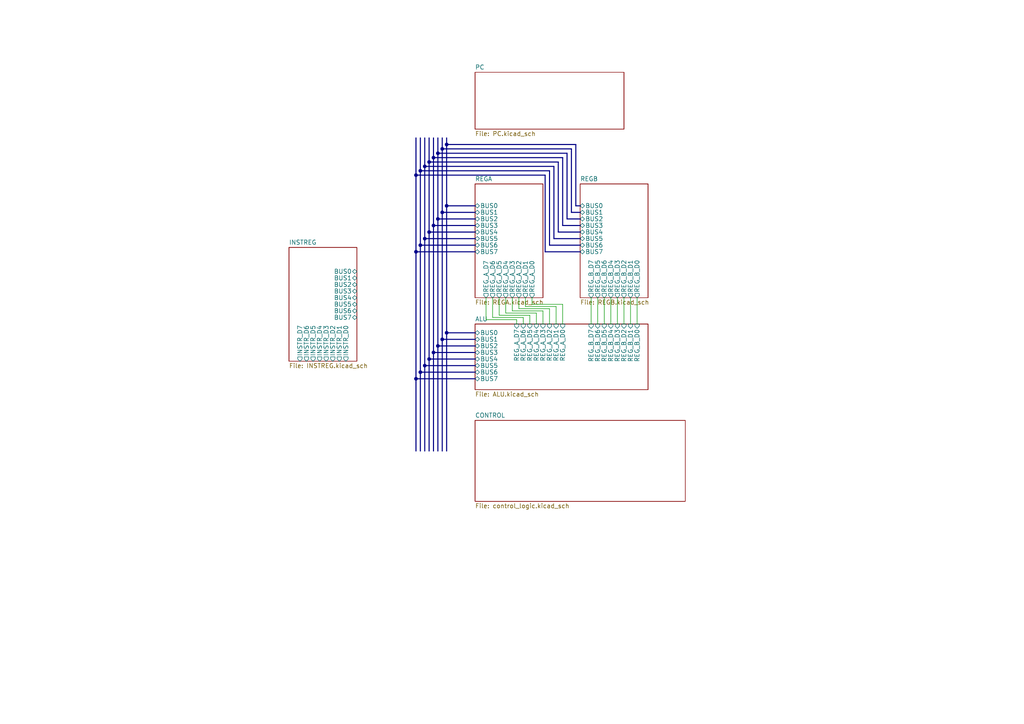
<source format=kicad_sch>
(kicad_sch (version 20230121) (generator eeschema)

  (uuid f9ac55ac-39bf-441d-9a51-be66ae5068af)

  (paper "A4")

  (lib_symbols
  )

  (junction (at 120.65 73.025) (diameter 0) (color 0 0 0 0)
    (uuid 03bbe8b8-aaec-4d4a-8a45-33b79ee4a7c2)
  )
  (junction (at 123.19 69.215) (diameter 0) (color 0 0 0 0)
    (uuid 0e93d640-b224-4d63-98bd-5f2ff93541c3)
  )
  (junction (at 121.92 107.95) (diameter 0) (color 0 0 0 0)
    (uuid 12c787f6-3874-40fb-9110-660f6d961310)
  )
  (junction (at 124.46 46.99) (diameter 0) (color 0 0 0 0)
    (uuid 227f935d-2450-4d93-a500-33ffb698ce3b)
  )
  (junction (at 125.73 45.72) (diameter 0) (color 0 0 0 0)
    (uuid 2d73617d-147f-4b90-b71c-93ca8079c587)
  )
  (junction (at 129.54 41.91) (diameter 0) (color 0 0 0 0)
    (uuid 3114f5e2-a3e7-49a0-b34c-024e3c6eff88)
  )
  (junction (at 125.73 65.405) (diameter 0) (color 0 0 0 0)
    (uuid 322052de-6445-407d-a63b-33cb3c8236a4)
  )
  (junction (at 124.46 67.31) (diameter 0) (color 0 0 0 0)
    (uuid 38a5d674-b9f9-47f1-8562-1c0aad9ff958)
  )
  (junction (at 127 63.5) (diameter 0) (color 0 0 0 0)
    (uuid 4f2673ba-b8cb-4ad4-ad62-5da6163336e9)
  )
  (junction (at 129.54 96.52) (diameter 0) (color 0 0 0 0)
    (uuid 4ff85bf4-790f-4811-9996-b397c4de8557)
  )
  (junction (at 128.27 98.425) (diameter 0) (color 0 0 0 0)
    (uuid 73c43bd7-48fb-403d-99c1-2f2007036720)
  )
  (junction (at 120.65 109.855) (diameter 0) (color 0 0 0 0)
    (uuid 8c0f3c64-2281-422e-a762-2934083274d2)
  )
  (junction (at 121.92 49.53) (diameter 0) (color 0 0 0 0)
    (uuid 8efbec92-1c47-407d-a3ca-eddfeabe9e33)
  )
  (junction (at 129.54 59.69) (diameter 0) (color 0 0 0 0)
    (uuid 95e7aefe-0414-46b5-ac4f-a144c4477bda)
  )
  (junction (at 127 100.33) (diameter 0) (color 0 0 0 0)
    (uuid 98319253-5a62-4ff6-8ed1-46aba7533c4e)
  )
  (junction (at 125.73 102.235) (diameter 0) (color 0 0 0 0)
    (uuid 9e190f03-39f1-49df-8edf-d2a8a183d049)
  )
  (junction (at 120.65 50.8) (diameter 0) (color 0 0 0 0)
    (uuid b3d8b139-2407-471f-84e4-c96f65beb287)
  )
  (junction (at 127 44.45) (diameter 0) (color 0 0 0 0)
    (uuid b8564a8e-91d1-4c7d-b01a-30d64cc29136)
  )
  (junction (at 128.27 61.595) (diameter 0) (color 0 0 0 0)
    (uuid ba0ae3c7-d1ba-4fdd-b5d5-d3b89c23ec51)
  )
  (junction (at 121.92 71.12) (diameter 0) (color 0 0 0 0)
    (uuid bbdc6c18-daa9-4d7b-827a-5944037d38e3)
  )
  (junction (at 128.27 43.18) (diameter 0) (color 0 0 0 0)
    (uuid cf27da0b-953c-4add-bcd2-31e784e4f12c)
  )
  (junction (at 124.46 104.14) (diameter 0) (color 0 0 0 0)
    (uuid d35aa3ef-3dd8-4d61-825e-000c917936a1)
  )
  (junction (at 123.19 106.045) (diameter 0) (color 0 0 0 0)
    (uuid ead6c69f-c0c2-405a-bafe-e03d77e4969a)
  )
  (junction (at 123.19 48.26) (diameter 0) (color 0 0 0 0)
    (uuid ef50d48d-c2d6-41c2-9710-49e1fd6f096d)
  )

  (bus (pts (xy 165.735 43.18) (xy 128.27 43.18))
    (stroke (width 0) (type default))
    (uuid 0182d75b-f30f-4c82-b222-7f6bd8026bbe)
  )
  (bus (pts (xy 137.795 106.045) (xy 123.19 106.045))
    (stroke (width 0) (type default))
    (uuid 035c9746-d773-4b63-bb4c-2c9fc3faebf8)
  )
  (bus (pts (xy 120.65 109.855) (xy 137.795 109.855))
    (stroke (width 0) (type default))
    (uuid 09d5b933-4d32-4e6a-a0a3-e73ccd8536d4)
  )
  (bus (pts (xy 125.73 102.235) (xy 125.73 130.81))
    (stroke (width 0) (type default))
    (uuid 0ba2808e-2b88-42ec-9a8f-d98d201724e6)
  )
  (bus (pts (xy 161.925 67.31) (xy 161.925 46.99))
    (stroke (width 0) (type default))
    (uuid 0bc8b72d-a750-4616-b209-923d73528c92)
  )
  (bus (pts (xy 168.275 73.025) (xy 158.115 73.025))
    (stroke (width 0) (type default))
    (uuid 0f671a5d-d5c5-42f8-ab69-ec2a81518e8b)
  )
  (bus (pts (xy 127 44.45) (xy 127 63.5))
    (stroke (width 0) (type default))
    (uuid 125e6a3d-bf75-4ac3-981b-7d84ef589a90)
  )
  (bus (pts (xy 121.92 71.12) (xy 121.92 107.95))
    (stroke (width 0) (type default))
    (uuid 13bc1686-8ba7-47ea-bb57-3e90de76ade9)
  )
  (bus (pts (xy 129.54 96.52) (xy 129.54 130.81))
    (stroke (width 0) (type default))
    (uuid 197dc598-543f-4492-906e-2840fc4309b5)
  )
  (bus (pts (xy 168.275 71.12) (xy 159.385 71.12))
    (stroke (width 0) (type default))
    (uuid 1b2305cc-6673-479c-8175-1fb5775a2aef)
  )
  (bus (pts (xy 128.27 98.425) (xy 137.795 98.425))
    (stroke (width 0) (type default))
    (uuid 22e2cc54-298c-48b3-b239-ddfc7ebf4714)
  )

  (wire (pts (xy 149.86 92.71) (xy 149.86 93.98))
    (stroke (width 0) (type default))
    (uuid 22fd2dc2-fc3f-4424-af39-6d2117d3b03d)
  )
  (wire (pts (xy 151.765 92.075) (xy 151.765 93.98))
    (stroke (width 0) (type default))
    (uuid 24c0255b-1260-4122-aa01-117bfaea00cf)
  )
  (bus (pts (xy 167.005 59.69) (xy 167.005 41.91))
    (stroke (width 0) (type default))
    (uuid 2a1a8218-d0b0-47fd-9c66-f99a7abd52d9)
  )
  (bus (pts (xy 168.275 69.215) (xy 160.655 69.215))
    (stroke (width 0) (type default))
    (uuid 2b5ecd35-0914-4b44-99bf-78596902dfb0)
  )
  (bus (pts (xy 168.275 67.31) (xy 161.925 67.31))
    (stroke (width 0) (type default))
    (uuid 2e41a913-2f43-4cb1-a3fe-84424b3ae621)
  )
  (bus (pts (xy 168.275 65.405) (xy 163.195 65.405))
    (stroke (width 0) (type default))
    (uuid 2ee52c93-0b26-431a-981a-f36fb8a3f93e)
  )
  (bus (pts (xy 121.92 107.95) (xy 137.795 107.95))
    (stroke (width 0) (type default))
    (uuid 34dfee56-6232-47a4-9079-15bfa3466450)
  )
  (bus (pts (xy 129.54 41.91) (xy 129.54 59.69))
    (stroke (width 0) (type default))
    (uuid 35100944-e56e-4c83-8af4-3997d7bbdd88)
  )

  (wire (pts (xy 177.165 86.36) (xy 177.165 93.98))
    (stroke (width 0) (type default))
    (uuid 3740c17d-f6d5-4b69-ad82-4161327d8321)
  )
  (wire (pts (xy 184.785 86.36) (xy 184.785 93.98))
    (stroke (width 0) (type default))
    (uuid 38bced59-9b2e-4587-8ca9-d0e939489b3b)
  )
  (bus (pts (xy 121.92 71.12) (xy 137.795 71.12))
    (stroke (width 0) (type default))
    (uuid 3a7d078d-5988-4df4-9bde-a63f0752e2bd)
  )
  (bus (pts (xy 125.73 102.235) (xy 137.795 102.235))
    (stroke (width 0) (type default))
    (uuid 3d7aed7d-74f4-4b0e-8285-a8aef2e1b0d3)
  )
  (bus (pts (xy 125.73 40.005) (xy 125.73 45.72))
    (stroke (width 0) (type default))
    (uuid 401d0ed3-f0e4-4d02-8f99-3dc1354810fd)
  )
  (bus (pts (xy 158.115 73.025) (xy 158.115 50.8))
    (stroke (width 0) (type default))
    (uuid 4451fa81-9c83-41cc-a9bd-1c0322a03bec)
  )
  (bus (pts (xy 159.385 49.53) (xy 121.92 49.53))
    (stroke (width 0) (type default))
    (uuid 465afa12-043c-4d71-8a7c-617cdf333b16)
  )
  (bus (pts (xy 167.005 41.91) (xy 129.54 41.91))
    (stroke (width 0) (type default))
    (uuid 480312d5-686d-4c30-ab33-3b3ebdedc970)
  )
  (bus (pts (xy 125.73 65.405) (xy 137.795 65.405))
    (stroke (width 0) (type default))
    (uuid 4a734221-462d-4235-bd66-cd3167065c30)
  )
  (bus (pts (xy 129.54 40.005) (xy 129.54 41.91))
    (stroke (width 0) (type default))
    (uuid 4b574e70-db20-41fe-964c-36dcfea7e813)
  )
  (bus (pts (xy 129.54 96.52) (xy 137.795 96.52))
    (stroke (width 0) (type default))
    (uuid 4be09cec-7fb7-465e-b84b-58af12f1fb05)
  )
  (bus (pts (xy 127 63.5) (xy 137.795 63.5))
    (stroke (width 0) (type default))
    (uuid 4d50ecbc-dee2-4df4-afe7-16656cd25457)
  )
  (bus (pts (xy 127 63.5) (xy 127 100.33))
    (stroke (width 0) (type default))
    (uuid 519828b8-7317-4724-829a-e641fb5c5a2f)
  )
  (bus (pts (xy 129.54 59.69) (xy 137.795 59.69))
    (stroke (width 0) (type default))
    (uuid 544dcc00-f825-46d6-9b0d-0507dfa66073)
  )
  (bus (pts (xy 161.925 46.99) (xy 124.46 46.99))
    (stroke (width 0) (type default))
    (uuid 591726b7-52a2-4d5b-9b28-6e29b1b968fb)
  )
  (bus (pts (xy 168.275 63.5) (xy 164.465 63.5))
    (stroke (width 0) (type default))
    (uuid 5a52d54c-536f-4004-a0bc-b25ae5ca0b71)
  )

  (wire (pts (xy 157.48 90.17) (xy 157.48 93.98))
    (stroke (width 0) (type default))
    (uuid 5b5b2e7c-ce34-4ee8-9fdb-883fbf2d622c)
  )
  (bus (pts (xy 124.46 104.14) (xy 124.46 130.81))
    (stroke (width 0) (type default))
    (uuid 5b9ae967-d1b7-4d37-8d29-b7160051e0c6)
  )

  (wire (pts (xy 163.195 88.265) (xy 163.195 93.98))
    (stroke (width 0) (type default))
    (uuid 5e2220f6-8f9c-4806-96ac-72619d02dae4)
  )
  (wire (pts (xy 180.975 86.36) (xy 180.975 93.98))
    (stroke (width 0) (type default))
    (uuid 5e237e7f-486c-4c80-a78f-f91d132b4d0e)
  )
  (bus (pts (xy 120.65 73.025) (xy 137.795 73.025))
    (stroke (width 0) (type default))
    (uuid 5facb105-2e27-46f8-9be5-293def2fcb5b)
  )

  (wire (pts (xy 144.78 91.44) (xy 153.67 91.44))
    (stroke (width 0) (type default))
    (uuid 628b2a6e-38b3-45b3-aaa8-5323af778850)
  )
  (wire (pts (xy 159.385 89.535) (xy 159.385 93.98))
    (stroke (width 0) (type default))
    (uuid 6536905d-fef0-4b67-9d63-71634a7fd911)
  )
  (bus (pts (xy 124.46 67.31) (xy 137.795 67.31))
    (stroke (width 0) (type default))
    (uuid 654fae41-ce8c-442d-bd63-bf576a18f84b)
  )

  (wire (pts (xy 179.07 86.36) (xy 179.07 93.98))
    (stroke (width 0) (type default))
    (uuid 685e039f-1a82-4f56-8d40-c41e28ccf662)
  )
  (bus (pts (xy 124.46 46.99) (xy 124.46 67.31))
    (stroke (width 0) (type default))
    (uuid 6a123ec6-3ef7-4e01-9cea-13be944091ff)
  )
  (bus (pts (xy 120.65 50.8) (xy 120.65 73.025))
    (stroke (width 0) (type default))
    (uuid 6bf6a1e1-5ac2-49d4-8635-76f90a92fe40)
  )
  (bus (pts (xy 128.27 98.425) (xy 128.27 130.81))
    (stroke (width 0) (type default))
    (uuid 6cd90937-7e5b-4fe2-9591-1e3f2dccb7d2)
  )

  (wire (pts (xy 182.88 86.36) (xy 182.88 93.98))
    (stroke (width 0) (type default))
    (uuid 721b3984-544a-4675-af40-bfa97cd8cce7)
  )
  (bus (pts (xy 163.195 45.72) (xy 125.73 45.72))
    (stroke (width 0) (type default))
    (uuid 7331f88f-c647-4ddb-ac78-19fb1c0d6e82)
  )
  (bus (pts (xy 164.465 44.45) (xy 127 44.45))
    (stroke (width 0) (type default))
    (uuid 7481df47-d103-4ecd-a08d-dcad6c486c64)
  )

  (wire (pts (xy 155.575 90.805) (xy 155.575 93.98))
    (stroke (width 0) (type default))
    (uuid 77bd45c9-1006-420e-8e8c-2426a39700a1)
  )
  (bus (pts (xy 121.92 40.005) (xy 121.92 49.53))
    (stroke (width 0) (type default))
    (uuid 78ade95e-4219-4c20-9f03-ae044baaf943)
  )
  (bus (pts (xy 168.275 59.69) (xy 167.005 59.69))
    (stroke (width 0) (type default))
    (uuid 78bb64e1-a152-4206-ae90-04416af169f9)
  )
  (bus (pts (xy 124.46 67.31) (xy 124.46 104.14))
    (stroke (width 0) (type default))
    (uuid 7ab9807b-41ed-4ca5-9231-e5de9a298089)
  )
  (bus (pts (xy 160.655 48.26) (xy 123.19 48.26))
    (stroke (width 0) (type default))
    (uuid 865bc999-b282-4bd1-8bd0-9f4d80b9a42c)
  )

  (wire (pts (xy 144.78 86.36) (xy 144.78 91.44))
    (stroke (width 0) (type default))
    (uuid 8727df44-645c-4820-ad1c-800d4c66a743)
  )
  (bus (pts (xy 160.655 69.215) (xy 160.655 48.26))
    (stroke (width 0) (type default))
    (uuid 8874403b-ec69-4cda-9740-4ce8344e6c57)
  )
  (bus (pts (xy 123.19 48.26) (xy 123.19 69.215))
    (stroke (width 0) (type default))
    (uuid 8a08e10e-6cab-43e9-8546-6476e41091e2)
  )

  (wire (pts (xy 146.685 90.805) (xy 155.575 90.805))
    (stroke (width 0) (type default))
    (uuid 8c5f09ac-1d77-4582-91d8-477c4b9e589f)
  )
  (wire (pts (xy 146.685 86.36) (xy 146.685 90.805))
    (stroke (width 0) (type default))
    (uuid 914b48bf-f537-4c6b-9e0b-78e713b0e4df)
  )
  (bus (pts (xy 159.385 71.12) (xy 159.385 49.53))
    (stroke (width 0) (type default))
    (uuid 92edc55e-0479-4b49-8552-1adc4dd97043)
  )
  (bus (pts (xy 165.735 61.595) (xy 165.735 43.18))
    (stroke (width 0) (type default))
    (uuid 9a5263d0-2cf8-4f83-a9bd-92f114cd33df)
  )
  (bus (pts (xy 168.275 61.595) (xy 165.735 61.595))
    (stroke (width 0) (type default))
    (uuid a06b9ef1-d17e-4b67-93b4-0ad20c5cc0dd)
  )

  (wire (pts (xy 175.26 86.36) (xy 175.26 93.98))
    (stroke (width 0) (type default))
    (uuid a552d461-7d74-459a-ab22-2157d9c2bbae)
  )
  (wire (pts (xy 142.875 92.075) (xy 151.765 92.075))
    (stroke (width 0) (type default))
    (uuid a795ab52-3829-4d97-bb20-e3aa8d632465)
  )
  (wire (pts (xy 173.355 86.36) (xy 173.355 93.98))
    (stroke (width 0) (type default))
    (uuid a7d74480-8efe-4464-9e43-a690cf8c614e)
  )
  (wire (pts (xy 148.59 90.17) (xy 157.48 90.17))
    (stroke (width 0) (type default))
    (uuid a947cf0b-097a-4e0a-bc63-701fe73266c4)
  )
  (bus (pts (xy 128.27 61.595) (xy 137.795 61.595))
    (stroke (width 0) (type default))
    (uuid a9a774d9-356a-433d-bd39-d67397e347d9)
  )
  (bus (pts (xy 121.92 49.53) (xy 121.92 71.12))
    (stroke (width 0) (type default))
    (uuid aa35f5b0-28e6-439c-8aa1-5fed1e694781)
  )

  (wire (pts (xy 140.97 86.36) (xy 140.97 92.71))
    (stroke (width 0) (type default))
    (uuid ab3313aa-186b-4d92-bdef-53535cf5f1f4)
  )
  (bus (pts (xy 123.19 106.045) (xy 123.19 130.81))
    (stroke (width 0) (type default))
    (uuid adaa48ca-c771-4d98-98d4-7d90e853307b)
  )
  (bus (pts (xy 123.19 69.215) (xy 137.795 69.215))
    (stroke (width 0) (type default))
    (uuid ae3cb955-7ff8-475d-a9f2-33188834d78b)
  )
  (bus (pts (xy 120.65 109.855) (xy 120.65 130.81))
    (stroke (width 0) (type default))
    (uuid af991cc0-beb9-4adb-998c-62212a748294)
  )

  (wire (pts (xy 154.305 88.265) (xy 163.195 88.265))
    (stroke (width 0) (type default))
    (uuid b3b2a3d5-7651-4caf-b2b3-dd280e19b0f4)
  )
  (bus (pts (xy 128.27 43.18) (xy 128.27 61.595))
    (stroke (width 0) (type default))
    (uuid b6418f7e-a0d6-454b-a30b-580fe7930c13)
  )
  (bus (pts (xy 129.54 59.69) (xy 129.54 96.52))
    (stroke (width 0) (type default))
    (uuid bfd44701-804e-4b25-bfbc-448e01a7369c)
  )
  (bus (pts (xy 164.465 63.5) (xy 164.465 44.45))
    (stroke (width 0) (type default))
    (uuid c09c3004-2342-4360-8f07-8b1c53ce6c76)
  )

  (wire (pts (xy 152.4 88.9) (xy 161.29 88.9))
    (stroke (width 0) (type default))
    (uuid c20f02b5-7b58-4489-a2da-0f249b3954cd)
  )
  (bus (pts (xy 125.73 65.405) (xy 125.73 102.235))
    (stroke (width 0) (type default))
    (uuid c2f273bf-356d-48c0-9366-cfccd42827b0)
  )
  (bus (pts (xy 127 100.33) (xy 137.795 100.33))
    (stroke (width 0) (type default))
    (uuid c336a2f6-4431-4a90-9f1a-aa2921c41cf7)
  )
  (bus (pts (xy 123.19 69.215) (xy 123.19 106.045))
    (stroke (width 0) (type default))
    (uuid c4ee0754-66ec-46da-9113-87e6299be445)
  )
  (bus (pts (xy 124.46 40.005) (xy 124.46 46.99))
    (stroke (width 0) (type default))
    (uuid c608923d-1856-4efd-91a3-9949e68ebf04)
  )

  (wire (pts (xy 148.59 86.36) (xy 148.59 90.17))
    (stroke (width 0) (type default))
    (uuid c63b7027-50d4-4364-96ce-698134560ef9)
  )
  (bus (pts (xy 158.115 50.8) (xy 120.65 50.8))
    (stroke (width 0) (type default))
    (uuid cbdea4a4-6e94-42df-8e9b-2f878d261e9c)
  )
  (bus (pts (xy 124.46 104.14) (xy 137.795 104.14))
    (stroke (width 0) (type default))
    (uuid cf96ac05-b2c1-41d3-9e02-6b6a8cd9019d)
  )
  (bus (pts (xy 125.73 45.72) (xy 125.73 65.405))
    (stroke (width 0) (type default))
    (uuid d618e80a-955d-43cd-8591-3e9a8be5199f)
  )
  (bus (pts (xy 163.195 65.405) (xy 163.195 45.72))
    (stroke (width 0) (type default))
    (uuid dd827367-0ba1-4580-aabb-f286b2b8a888)
  )

  (wire (pts (xy 150.495 86.36) (xy 150.495 89.535))
    (stroke (width 0) (type default))
    (uuid e04de6eb-214f-4855-aca8-564792b8a486)
  )
  (bus (pts (xy 128.27 40.005) (xy 128.27 43.18))
    (stroke (width 0) (type default))
    (uuid e06105d7-417d-44f0-848a-7bdbbed15b52)
  )

  (wire (pts (xy 161.29 88.9) (xy 161.29 93.98))
    (stroke (width 0) (type default))
    (uuid e5601b54-05c4-4412-88cc-96779d341bfd)
  )
  (wire (pts (xy 153.67 91.44) (xy 153.67 93.98))
    (stroke (width 0) (type default))
    (uuid e5f976be-44c4-4bc8-bea3-6cd171ab8ab3)
  )
  (bus (pts (xy 128.27 61.595) (xy 128.27 98.425))
    (stroke (width 0) (type default))
    (uuid e9472907-574f-4e69-afc7-1d0de38d009a)
  )

  (wire (pts (xy 171.45 86.36) (xy 171.45 93.98))
    (stroke (width 0) (type default))
    (uuid eba5a42f-48b0-47c5-8695-6e170e20b9be)
  )
  (bus (pts (xy 120.65 73.025) (xy 120.65 109.855))
    (stroke (width 0) (type default))
    (uuid ed1dedfa-ebf3-4487-90e0-0f62dcad69cb)
  )

  (wire (pts (xy 152.4 86.36) (xy 152.4 88.9))
    (stroke (width 0) (type default))
    (uuid ef7e5569-ef3f-46d4-9310-874d4088faa5)
  )
  (bus (pts (xy 127 100.33) (xy 127 130.81))
    (stroke (width 0) (type default))
    (uuid f05598b4-2bc1-482b-bc0a-7b1e06dda0dc)
  )

  (wire (pts (xy 140.97 92.71) (xy 149.86 92.71))
    (stroke (width 0) (type default))
    (uuid f1245c2a-4d8e-4b80-91ad-24e4df517cf7)
  )
  (bus (pts (xy 127 40.005) (xy 127 44.45))
    (stroke (width 0) (type default))
    (uuid f2968cbe-670b-4d82-ae18-281ea59a906a)
  )
  (bus (pts (xy 120.65 40.005) (xy 120.65 50.8))
    (stroke (width 0) (type default))
    (uuid f40525d9-bc2f-45c7-ae53-b54d6fcaa582)
  )

  (wire (pts (xy 154.305 86.36) (xy 154.305 88.265))
    (stroke (width 0) (type default))
    (uuid f76443fe-06eb-4418-b751-7372ba3fd4a3)
  )
  (bus (pts (xy 123.19 40.005) (xy 123.19 48.26))
    (stroke (width 0) (type default))
    (uuid f83a80ac-b0de-45b9-90f5-d9a0ca892593)
  )
  (bus (pts (xy 121.92 107.95) (xy 121.92 130.81))
    (stroke (width 0) (type default))
    (uuid fa7a2e87-a204-4088-b6d9-f0dee22a37d4)
  )

  (wire (pts (xy 142.875 86.36) (xy 142.875 92.075))
    (stroke (width 0) (type default))
    (uuid fce2f4c3-ac76-4772-9e2c-5a28fab1e843)
  )
  (wire (pts (xy 150.495 89.535) (xy 159.385 89.535))
    (stroke (width 0) (type default))
    (uuid fcec8303-3eab-4d5f-a3b4-5b6a7d68dc42)
  )

  (sheet (at 137.795 53.34) (size 19.685 33.02) (fields_autoplaced)
    (stroke (width 0.1524) (type solid))
    (fill (color 0 0 0 0.0000))
    (uuid 2546605b-22b3-432c-8c9a-88fcdc9c8791)
    (property "Sheetname" "REGA" (at 137.795 52.6284 0)
      (effects (font (size 1.27 1.27)) (justify left bottom))
    )
    (property "Sheetfile" "REGA.kicad_sch" (at 137.795 86.9446 0)
      (effects (font (size 1.27 1.27)) (justify left top))
    )
    (property "Field2" "" (at 137.795 53.34 0)
      (effects (font (size 1.27 1.27)) hide)
    )
    (pin "BUS6" tri_state (at 137.795 71.12 180)
      (effects (font (size 1.27 1.27)) (justify left))
      (uuid 0573902c-1809-4fa3-bd07-e01841f31317)
    )
    (pin "BUS7" tri_state (at 137.795 73.025 180)
      (effects (font (size 1.27 1.27)) (justify left))
      (uuid 67c3d496-b6ae-486f-8692-eeb6a765d579)
    )
    (pin "BUS2" tri_state (at 137.795 63.5 180)
      (effects (font (size 1.27 1.27)) (justify left))
      (uuid 0f183477-7088-4f40-b136-bf5171dac0c0)
    )
    (pin "BUS0" tri_state (at 137.795 59.69 180)
      (effects (font (size 1.27 1.27)) (justify left))
      (uuid 81b2cf61-4018-44cb-baaa-d37f6ee84bff)
    )
    (pin "BUS1" tri_state (at 137.795 61.595 180)
      (effects (font (size 1.27 1.27)) (justify left))
      (uuid 102ef910-d22c-4009-a252-825ae1dd692b)
    )
    (pin "BUS3" tri_state (at 137.795 65.405 180)
      (effects (font (size 1.27 1.27)) (justify left))
      (uuid 667e44e1-4354-4d4f-b232-f7b6173abe2a)
    )
    (pin "BUS4" tri_state (at 137.795 67.31 180)
      (effects (font (size 1.27 1.27)) (justify left))
      (uuid ec0e26e8-6663-4df7-abd3-4401386f9458)
    )
    (pin "BUS5" tri_state (at 137.795 69.215 180)
      (effects (font (size 1.27 1.27)) (justify left))
      (uuid c882c0a7-345b-44cf-97e0-1d7ec58ec0a1)
    )
    (pin "REG_A_D7" output (at 140.97 86.36 270)
      (effects (font (size 1.27 1.27)) (justify left))
      (uuid 73f107f9-ae72-445b-b810-21712fb1e6e8)
    )
    (pin "REG_A_D6" output (at 142.875 86.36 270)
      (effects (font (size 1.27 1.27)) (justify left))
      (uuid 53000498-b3ad-4b82-9eda-e47f640347b3)
    )
    (pin "REG_A_D2" output (at 150.495 86.36 270)
      (effects (font (size 1.27 1.27)) (justify left))
      (uuid 1dfd94ed-36f3-4e7c-bb3b-eccaa698155d)
    )
    (pin "REG_A_D5" output (at 144.78 86.36 270)
      (effects (font (size 1.27 1.27)) (justify left))
      (uuid e64fe56b-8f12-40ed-89c2-de9f9c0a73ca)
    )
    (pin "REG_A_D0" output (at 154.305 86.36 270)
      (effects (font (size 1.27 1.27)) (justify left))
      (uuid 32ce0612-f73c-420d-bf02-392d6404a86f)
    )
    (pin "REG_A_D1" output (at 152.4 86.36 270)
      (effects (font (size 1.27 1.27)) (justify left))
      (uuid 236f23e8-8458-4e92-a5ef-55c3c1ec64d1)
    )
    (pin "REG_A_D3" output (at 148.59 86.36 270)
      (effects (font (size 1.27 1.27)) (justify left))
      (uuid 5ecb6a84-e0a1-4ae4-9e84-7ae840146448)
    )
    (pin "REG_A_D4" output (at 146.685 86.36 270)
      (effects (font (size 1.27 1.27)) (justify left))
      (uuid 24535c94-a36c-451f-90ca-ddbf0514dc00)
    )
    (instances
      (project "GODRICK-8"
        (path "/f9ac55ac-39bf-441d-9a51-be66ae5068af" (page "2"))
      )
    )
  )

  (sheet (at 83.82 71.755) (size 19.685 33.02) (fields_autoplaced)
    (stroke (width 0.1524) (type solid))
    (fill (color 0 0 0 0.0000))
    (uuid 471c2041-edd5-46f8-9c3e-d9201c6b0f59)
    (property "Sheetname" "INSTREG" (at 83.82 71.0434 0)
      (effects (font (size 1.27 1.27)) (justify left bottom))
    )
    (property "Sheetfile" "INSTREG.kicad_sch" (at 83.82 105.3596 0)
      (effects (font (size 1.27 1.27)) (justify left top))
    )
    (property "Field2" "" (at 83.82 71.755 0)
      (effects (font (size 1.27 1.27)) hide)
    )
    (pin "BUS3" tri_state (at 103.505 84.455 0)
      (effects (font (size 1.27 1.27)) (justify right))
      (uuid d3a9d6d6-dd10-43d9-9793-a7edf21bf283)
    )
    (pin "BUS4" tri_state (at 103.505 86.36 0)
      (effects (font (size 1.27 1.27)) (justify right))
      (uuid e70a7b37-f850-4ca0-b073-e1f18ae5bb2d)
    )
    (pin "BUS1" tri_state (at 103.505 80.645 0)
      (effects (font (size 1.27 1.27)) (justify right))
      (uuid 4fc0c866-5a46-436c-be87-a79002155542)
    )
    (pin "BUS0" tri_state (at 103.505 78.74 0)
      (effects (font (size 1.27 1.27)) (justify right))
      (uuid 96e67d02-6468-4c42-b73a-fcef06b7bf49)
    )
    (pin "BUS2" tri_state (at 103.505 82.55 0)
      (effects (font (size 1.27 1.27)) (justify right))
      (uuid 277b2433-2aa7-4a9d-97a1-156ef3a11919)
    )
    (pin "BUS7" tri_state (at 103.505 92.075 0)
      (effects (font (size 1.27 1.27)) (justify right))
      (uuid 21028781-0028-48dc-af75-884d099c5a9a)
    )
    (pin "BUS6" tri_state (at 103.505 90.17 0)
      (effects (font (size 1.27 1.27)) (justify right))
      (uuid 3666fe2b-4cdc-4bca-874e-a9a7aed5d145)
    )
    (pin "BUS5" tri_state (at 103.505 88.265 0)
      (effects (font (size 1.27 1.27)) (justify right))
      (uuid 4704c325-9c05-4241-bd26-862eef5c0086)
    )
    (pin "INSTR_D1" output (at 98.425 104.775 270)
      (effects (font (size 1.27 1.27)) (justify left))
      (uuid b29971df-7e22-4688-9e11-93f9c6aae779)
    )
    (pin "INSTR_D5" output (at 90.805 104.775 270)
      (effects (font (size 1.27 1.27)) (justify left))
      (uuid da59e1a0-4208-4b15-a56e-866fe6c944df)
    )
    (pin "INSTR_D4" output (at 92.71 104.775 270)
      (effects (font (size 1.27 1.27)) (justify left))
      (uuid 1b464d1d-ce64-4c7c-bf93-570f74e437fe)
    )
    (pin "INSTR_D2" output (at 96.52 104.775 270)
      (effects (font (size 1.27 1.27)) (justify left))
      (uuid a8baec72-eb74-455d-9e6d-045604f08ccc)
    )
    (pin "INSTR_D3" output (at 94.615 104.775 270)
      (effects (font (size 1.27 1.27)) (justify left))
      (uuid 0ce66174-cbad-4743-9800-e8ada00f4902)
    )
    (pin "INSTR_D0" output (at 100.33 104.775 270)
      (effects (font (size 1.27 1.27)) (justify left))
      (uuid 9ac1b8b1-02f2-4abc-ad3b-5e5005b1427b)
    )
    (pin "INSTR_D6" output (at 88.9 104.775 270)
      (effects (font (size 1.27 1.27)) (justify left))
      (uuid b8a1514a-de39-4bc6-b392-bd064ba45960)
    )
    (pin "INSTR_D7" output (at 86.995 104.775 270)
      (effects (font (size 1.27 1.27)) (justify left))
      (uuid 020d44ff-90de-4723-bf7d-fbc81356fd0f)
    )
    (instances
      (project "GODRICK-8"
        (path "/f9ac55ac-39bf-441d-9a51-be66ae5068af" (page "6"))
      )
    )
  )

  (sheet (at 137.795 121.92) (size 60.96 23.495) (fields_autoplaced)
    (stroke (width 0.1524) (type solid))
    (fill (color 0 0 0 0.0000))
    (uuid 546d08f3-c083-4428-8639-f7a431dd1733)
    (property "Sheetname" "CONTROL" (at 137.795 121.2084 0)
      (effects (font (size 1.27 1.27)) (justify left bottom))
    )
    (property "Sheetfile" "control_logic.kicad_sch" (at 137.795 145.9996 0)
      (effects (font (size 1.27 1.27)) (justify left top))
    )
    (instances
      (project "GODRICK-8"
        (path "/f9ac55ac-39bf-441d-9a51-be66ae5068af" (page "5"))
      )
    )
  )

  (sheet (at 137.795 93.98) (size 50.165 19.05) (fields_autoplaced)
    (stroke (width 0.1524) (type solid))
    (fill (color 0 0 0 0.0000))
    (uuid a854b503-8cb4-4a2b-afa3-8e235aa6b4ea)
    (property "Sheetname" "ALU" (at 137.795 93.2684 0)
      (effects (font (size 1.27 1.27)) (justify left bottom))
    )
    (property "Sheetfile" "ALU.kicad_sch" (at 137.795 113.6146 0)
      (effects (font (size 1.27 1.27)) (justify left top))
    )
    (property "Field2" "" (at 137.795 93.98 0)
      (effects (font (size 1.27 1.27)) hide)
    )
    (pin "BUS1" tri_state (at 137.795 98.425 180)
      (effects (font (size 1.27 1.27)) (justify left))
      (uuid 23bf3d98-859e-4abb-8b59-9dce8f701306)
    )
    (pin "BUS0" tri_state (at 137.795 96.52 180)
      (effects (font (size 1.27 1.27)) (justify left))
      (uuid 37682798-db60-4611-9aa0-95bb3b79b28e)
    )
    (pin "BUS2" tri_state (at 137.795 100.33 180)
      (effects (font (size 1.27 1.27)) (justify left))
      (uuid 1a2a4df2-dc0f-4c06-a7a7-7854d50d7874)
    )
    (pin "BUS3" tri_state (at 137.795 102.235 180)
      (effects (font (size 1.27 1.27)) (justify left))
      (uuid eb2af3d5-06cd-4621-807f-0e4ed826a1e8)
    )
    (pin "BUS4" tri_state (at 137.795 104.14 180)
      (effects (font (size 1.27 1.27)) (justify left))
      (uuid c89d8593-5380-49cf-bf75-bc3506190ac3)
    )
    (pin "BUS7" tri_state (at 137.795 109.855 180)
      (effects (font (size 1.27 1.27)) (justify left))
      (uuid 5bb6f22b-7fba-4b1c-89b9-61ebb88fd568)
    )
    (pin "BUS6" tri_state (at 137.795 107.95 180)
      (effects (font (size 1.27 1.27)) (justify left))
      (uuid 93f03628-f9bc-4dff-9887-2eef50e65339)
    )
    (pin "BUS5" tri_state (at 137.795 106.045 180)
      (effects (font (size 1.27 1.27)) (justify left))
      (uuid ba6e135d-a9ee-43ec-8234-14783cc648a9)
    )
    (pin "REG_B_D0" input (at 184.785 93.98 90)
      (effects (font (size 1.27 1.27)) (justify right))
      (uuid 848eb824-a5cf-4c35-a1d2-74a579339c5d)
    )
    (pin "REG_B_D1" input (at 182.88 93.98 90)
      (effects (font (size 1.27 1.27)) (justify right))
      (uuid d0a50a2b-0a53-4f09-becd-0bfa139f2de8)
    )
    (pin "REG_A_D3" input (at 157.48 93.98 90)
      (effects (font (size 1.27 1.27)) (justify right))
      (uuid 83a44ba8-6fe7-4892-a260-a8f25c821ae2)
    )
    (pin "REG_A_D1" input (at 161.29 93.98 90)
      (effects (font (size 1.27 1.27)) (justify right))
      (uuid 6a5e1512-23d9-4cba-b8e8-c71872506c35)
    )
    (pin "REG_A_D2" input (at 159.385 93.98 90)
      (effects (font (size 1.27 1.27)) (justify right))
      (uuid b5acd4d5-cc52-4473-afcd-5bac5a035822)
    )
    (pin "REG_A_D0" input (at 163.195 93.98 90)
      (effects (font (size 1.27 1.27)) (justify right))
      (uuid b718d3ca-cdc6-474b-9b8e-377667b9574d)
    )
    (pin "REG_A_D5" input (at 153.67 93.98 90)
      (effects (font (size 1.27 1.27)) (justify right))
      (uuid dac7cca4-1c74-4302-8d33-33ab07bacc5e)
    )
    (pin "REG_A_D7" input (at 149.86 93.98 90)
      (effects (font (size 1.27 1.27)) (justify right))
      (uuid 286c0536-f7c9-4377-8d94-26899819e3ba)
    )
    (pin "REG_A_D4" input (at 155.575 93.98 90)
      (effects (font (size 1.27 1.27)) (justify right))
      (uuid 372b2134-24bb-4b46-956c-4d908624cf33)
    )
    (pin "REG_A_D6" input (at 151.765 93.98 90)
      (effects (font (size 1.27 1.27)) (justify right))
      (uuid e5fe9ad6-8141-4f95-aa22-dafc97b2a17b)
    )
    (pin "REG_B_D3" input (at 179.07 93.98 90)
      (effects (font (size 1.27 1.27)) (justify right))
      (uuid d4180800-8961-4427-b370-0e13be290586)
    )
    (pin "REG_B_D2" input (at 180.975 93.98 90)
      (effects (font (size 1.27 1.27)) (justify right))
      (uuid d48148f1-7d80-4a1c-ba70-58557bea7507)
    )
    (pin "REG_B_D6" input (at 173.355 93.98 90)
      (effects (font (size 1.27 1.27)) (justify right))
      (uuid 42771d3f-4fad-47f6-a838-f25ec3ae4156)
    )
    (pin "REG_B_D7" input (at 171.45 93.98 90)
      (effects (font (size 1.27 1.27)) (justify right))
      (uuid c8b8d1f7-aa5a-4d47-bbf4-79e7c54f6ebf)
    )
    (pin "REG_B_D5" input (at 175.26 93.98 90)
      (effects (font (size 1.27 1.27)) (justify right))
      (uuid 6a18ac1a-a976-48d8-9977-1734b10bb277)
    )
    (pin "REG_B_D4" input (at 177.165 93.98 90)
      (effects (font (size 1.27 1.27)) (justify right))
      (uuid 0d53df87-548a-4c10-8529-28d5ee66be82)
    )
    (instances
      (project "GODRICK-8"
        (path "/f9ac55ac-39bf-441d-9a51-be66ae5068af" (page "4"))
      )
    )
  )

  (sheet (at 137.795 20.955) (size 43.18 16.51) (fields_autoplaced)
    (stroke (width 0.1524) (type solid))
    (fill (color 0 0 0 0.0000))
    (uuid ed2b4058-e45f-4dea-bd89-0c594ebb1f5d)
    (property "Sheetname" "PC" (at 137.795 20.2434 0)
      (effects (font (size 1.27 1.27)) (justify left bottom))
    )
    (property "Sheetfile" "PC.kicad_sch" (at 137.795 38.0496 0)
      (effects (font (size 1.27 1.27)) (justify left top))
    )
    (instances
      (project "GODRICK-8"
        (path "/f9ac55ac-39bf-441d-9a51-be66ae5068af" (page "7"))
      )
    )
  )

  (sheet (at 168.275 53.34) (size 19.685 33.02) (fields_autoplaced)
    (stroke (width 0.1524) (type solid))
    (fill (color 0 0 0 0.0000))
    (uuid f31a65f4-4cd5-4e61-907b-ca0db17abe3c)
    (property "Sheetname" "REGB" (at 168.275 52.6284 0)
      (effects (font (size 1.27 1.27)) (justify left bottom))
    )
    (property "Sheetfile" "REGB.kicad_sch" (at 168.275 86.9446 0)
      (effects (font (size 1.27 1.27)) (justify left top))
    )
    (property "Field2" "" (at 168.275 53.34 0)
      (effects (font (size 1.27 1.27)) hide)
    )
    (pin "BUS3" tri_state (at 168.275 65.405 180)
      (effects (font (size 1.27 1.27)) (justify left))
      (uuid 58e2d879-a3a3-46c5-806b-49ee74dcd0b7)
    )
    (pin "BUS4" tri_state (at 168.275 67.31 180)
      (effects (font (size 1.27 1.27)) (justify left))
      (uuid d81e132e-e958-46ee-b6d9-3e332b03ac08)
    )
    (pin "BUS1" tri_state (at 168.275 61.595 180)
      (effects (font (size 1.27 1.27)) (justify left))
      (uuid 83a04ed5-943f-4cfa-83aa-c3b776742eee)
    )
    (pin "BUS0" tri_state (at 168.275 59.69 180)
      (effects (font (size 1.27 1.27)) (justify left))
      (uuid afda0399-c5c0-4b3f-9d45-60fe4996723e)
    )
    (pin "BUS2" tri_state (at 168.275 63.5 180)
      (effects (font (size 1.27 1.27)) (justify left))
      (uuid 8cab76c3-1472-4f18-899d-a5c3dbb91484)
    )
    (pin "BUS7" tri_state (at 168.275 73.025 180)
      (effects (font (size 1.27 1.27)) (justify left))
      (uuid 4e6c46d1-c1ce-4701-a12f-151c82fb6292)
    )
    (pin "BUS6" tri_state (at 168.275 71.12 180)
      (effects (font (size 1.27 1.27)) (justify left))
      (uuid 49430b9d-9684-4838-a77e-3ac6c427f6b9)
    )
    (pin "BUS5" tri_state (at 168.275 69.215 180)
      (effects (font (size 1.27 1.27)) (justify left))
      (uuid 3a005634-3449-4cfa-ad0a-f7f26bf95d1a)
    )
    (pin "REG_B_D4" output (at 177.165 86.36 270)
      (effects (font (size 1.27 1.27)) (justify left))
      (uuid b7cc49a7-3297-4be5-89b4-0cc94c651a20)
    )
    (pin "REG_B_D5" output (at 173.355 86.36 270)
      (effects (font (size 1.27 1.27)) (justify left))
      (uuid 57af7a9f-74b6-4c82-91f4-2ae92916890a)
    )
    (pin "REG_B_D3" output (at 179.07 86.36 270)
      (effects (font (size 1.27 1.27)) (justify left))
      (uuid 83e4e606-843c-4e80-8ad3-ff0c1b34a563)
    )
    (pin "REG_B_D6" output (at 175.26 86.36 270)
      (effects (font (size 1.27 1.27)) (justify left))
      (uuid 89c12c2d-e4a4-4baa-9c63-937cde88b6ec)
    )
    (pin "REG_B_D7" output (at 171.45 86.36 270)
      (effects (font (size 1.27 1.27)) (justify left))
      (uuid 867a7d8c-38db-45ca-b4d3-fc9e12b45970)
    )
    (pin "REG_B_D2" output (at 180.975 86.36 270)
      (effects (font (size 1.27 1.27)) (justify left))
      (uuid aea31ba4-6bf5-4577-b416-73f7698f38d9)
    )
    (pin "REG_B_D0" output (at 184.785 86.36 270)
      (effects (font (size 1.27 1.27)) (justify left))
      (uuid aa05e20c-61de-486b-a535-2fcd03b8d09c)
    )
    (pin "REG_B_D1" output (at 182.88 86.36 270)
      (effects (font (size 1.27 1.27)) (justify left))
      (uuid f37efeb5-9b68-4f45-b1e2-8c9e58290090)
    )
    (instances
      (project "GODRICK-8"
        (path "/f9ac55ac-39bf-441d-9a51-be66ae5068af" (page "3"))
      )
    )
  )

  (sheet_instances
    (path "/" (page "1"))
  )
)

</source>
